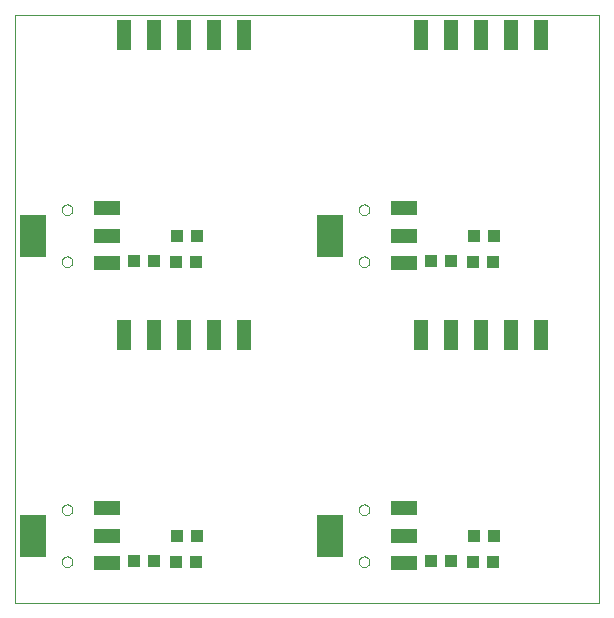
<source format=gbp>
G75*
%MOIN*%
%OFA0B0*%
%FSLAX24Y24*%
%IPPOS*%
%LPD*%
%AMOC8*
5,1,8,0,0,1.08239X$1,22.5*
%
%ADD10C,0.0000*%
%ADD11R,0.0433X0.0394*%
%ADD12R,0.0500X0.1000*%
%ADD13R,0.0880X0.0480*%
%ADD14R,0.0866X0.1417*%
D10*
X000778Y000102D02*
X000778Y019723D01*
X020273Y019723D01*
X020273Y000102D01*
X000778Y000102D01*
X002351Y001485D02*
X002353Y001511D01*
X002359Y001537D01*
X002369Y001562D01*
X002382Y001585D01*
X002398Y001605D01*
X002418Y001623D01*
X002440Y001638D01*
X002463Y001650D01*
X002489Y001658D01*
X002515Y001662D01*
X002541Y001662D01*
X002567Y001658D01*
X002593Y001650D01*
X002617Y001638D01*
X002638Y001623D01*
X002658Y001605D01*
X002674Y001585D01*
X002687Y001562D01*
X002697Y001537D01*
X002703Y001511D01*
X002705Y001485D01*
X002703Y001459D01*
X002697Y001433D01*
X002687Y001408D01*
X002674Y001385D01*
X002658Y001365D01*
X002638Y001347D01*
X002616Y001332D01*
X002593Y001320D01*
X002567Y001312D01*
X002541Y001308D01*
X002515Y001308D01*
X002489Y001312D01*
X002463Y001320D01*
X002439Y001332D01*
X002418Y001347D01*
X002398Y001365D01*
X002382Y001385D01*
X002369Y001408D01*
X002359Y001433D01*
X002353Y001459D01*
X002351Y001485D01*
X002351Y003218D02*
X002353Y003244D01*
X002359Y003270D01*
X002369Y003295D01*
X002382Y003318D01*
X002398Y003338D01*
X002418Y003356D01*
X002440Y003371D01*
X002463Y003383D01*
X002489Y003391D01*
X002515Y003395D01*
X002541Y003395D01*
X002567Y003391D01*
X002593Y003383D01*
X002617Y003371D01*
X002638Y003356D01*
X002658Y003338D01*
X002674Y003318D01*
X002687Y003295D01*
X002697Y003270D01*
X002703Y003244D01*
X002705Y003218D01*
X002703Y003192D01*
X002697Y003166D01*
X002687Y003141D01*
X002674Y003118D01*
X002658Y003098D01*
X002638Y003080D01*
X002616Y003065D01*
X002593Y003053D01*
X002567Y003045D01*
X002541Y003041D01*
X002515Y003041D01*
X002489Y003045D01*
X002463Y003053D01*
X002439Y003065D01*
X002418Y003080D01*
X002398Y003098D01*
X002382Y003118D01*
X002369Y003141D01*
X002359Y003166D01*
X002353Y003192D01*
X002351Y003218D01*
X002351Y011485D02*
X002353Y011511D01*
X002359Y011537D01*
X002369Y011562D01*
X002382Y011585D01*
X002398Y011605D01*
X002418Y011623D01*
X002440Y011638D01*
X002463Y011650D01*
X002489Y011658D01*
X002515Y011662D01*
X002541Y011662D01*
X002567Y011658D01*
X002593Y011650D01*
X002617Y011638D01*
X002638Y011623D01*
X002658Y011605D01*
X002674Y011585D01*
X002687Y011562D01*
X002697Y011537D01*
X002703Y011511D01*
X002705Y011485D01*
X002703Y011459D01*
X002697Y011433D01*
X002687Y011408D01*
X002674Y011385D01*
X002658Y011365D01*
X002638Y011347D01*
X002616Y011332D01*
X002593Y011320D01*
X002567Y011312D01*
X002541Y011308D01*
X002515Y011308D01*
X002489Y011312D01*
X002463Y011320D01*
X002439Y011332D01*
X002418Y011347D01*
X002398Y011365D01*
X002382Y011385D01*
X002369Y011408D01*
X002359Y011433D01*
X002353Y011459D01*
X002351Y011485D01*
X002351Y013218D02*
X002353Y013244D01*
X002359Y013270D01*
X002369Y013295D01*
X002382Y013318D01*
X002398Y013338D01*
X002418Y013356D01*
X002440Y013371D01*
X002463Y013383D01*
X002489Y013391D01*
X002515Y013395D01*
X002541Y013395D01*
X002567Y013391D01*
X002593Y013383D01*
X002617Y013371D01*
X002638Y013356D01*
X002658Y013338D01*
X002674Y013318D01*
X002687Y013295D01*
X002697Y013270D01*
X002703Y013244D01*
X002705Y013218D01*
X002703Y013192D01*
X002697Y013166D01*
X002687Y013141D01*
X002674Y013118D01*
X002658Y013098D01*
X002638Y013080D01*
X002616Y013065D01*
X002593Y013053D01*
X002567Y013045D01*
X002541Y013041D01*
X002515Y013041D01*
X002489Y013045D01*
X002463Y013053D01*
X002439Y013065D01*
X002418Y013080D01*
X002398Y013098D01*
X002382Y013118D01*
X002369Y013141D01*
X002359Y013166D01*
X002353Y013192D01*
X002351Y013218D01*
X012251Y013218D02*
X012253Y013244D01*
X012259Y013270D01*
X012269Y013295D01*
X012282Y013318D01*
X012298Y013338D01*
X012318Y013356D01*
X012340Y013371D01*
X012363Y013383D01*
X012389Y013391D01*
X012415Y013395D01*
X012441Y013395D01*
X012467Y013391D01*
X012493Y013383D01*
X012517Y013371D01*
X012538Y013356D01*
X012558Y013338D01*
X012574Y013318D01*
X012587Y013295D01*
X012597Y013270D01*
X012603Y013244D01*
X012605Y013218D01*
X012603Y013192D01*
X012597Y013166D01*
X012587Y013141D01*
X012574Y013118D01*
X012558Y013098D01*
X012538Y013080D01*
X012516Y013065D01*
X012493Y013053D01*
X012467Y013045D01*
X012441Y013041D01*
X012415Y013041D01*
X012389Y013045D01*
X012363Y013053D01*
X012339Y013065D01*
X012318Y013080D01*
X012298Y013098D01*
X012282Y013118D01*
X012269Y013141D01*
X012259Y013166D01*
X012253Y013192D01*
X012251Y013218D01*
X012251Y011485D02*
X012253Y011511D01*
X012259Y011537D01*
X012269Y011562D01*
X012282Y011585D01*
X012298Y011605D01*
X012318Y011623D01*
X012340Y011638D01*
X012363Y011650D01*
X012389Y011658D01*
X012415Y011662D01*
X012441Y011662D01*
X012467Y011658D01*
X012493Y011650D01*
X012517Y011638D01*
X012538Y011623D01*
X012558Y011605D01*
X012574Y011585D01*
X012587Y011562D01*
X012597Y011537D01*
X012603Y011511D01*
X012605Y011485D01*
X012603Y011459D01*
X012597Y011433D01*
X012587Y011408D01*
X012574Y011385D01*
X012558Y011365D01*
X012538Y011347D01*
X012516Y011332D01*
X012493Y011320D01*
X012467Y011312D01*
X012441Y011308D01*
X012415Y011308D01*
X012389Y011312D01*
X012363Y011320D01*
X012339Y011332D01*
X012318Y011347D01*
X012298Y011365D01*
X012282Y011385D01*
X012269Y011408D01*
X012259Y011433D01*
X012253Y011459D01*
X012251Y011485D01*
X012251Y003218D02*
X012253Y003244D01*
X012259Y003270D01*
X012269Y003295D01*
X012282Y003318D01*
X012298Y003338D01*
X012318Y003356D01*
X012340Y003371D01*
X012363Y003383D01*
X012389Y003391D01*
X012415Y003395D01*
X012441Y003395D01*
X012467Y003391D01*
X012493Y003383D01*
X012517Y003371D01*
X012538Y003356D01*
X012558Y003338D01*
X012574Y003318D01*
X012587Y003295D01*
X012597Y003270D01*
X012603Y003244D01*
X012605Y003218D01*
X012603Y003192D01*
X012597Y003166D01*
X012587Y003141D01*
X012574Y003118D01*
X012558Y003098D01*
X012538Y003080D01*
X012516Y003065D01*
X012493Y003053D01*
X012467Y003045D01*
X012441Y003041D01*
X012415Y003041D01*
X012389Y003045D01*
X012363Y003053D01*
X012339Y003065D01*
X012318Y003080D01*
X012298Y003098D01*
X012282Y003118D01*
X012269Y003141D01*
X012259Y003166D01*
X012253Y003192D01*
X012251Y003218D01*
X012251Y001485D02*
X012253Y001511D01*
X012259Y001537D01*
X012269Y001562D01*
X012282Y001585D01*
X012298Y001605D01*
X012318Y001623D01*
X012340Y001638D01*
X012363Y001650D01*
X012389Y001658D01*
X012415Y001662D01*
X012441Y001662D01*
X012467Y001658D01*
X012493Y001650D01*
X012517Y001638D01*
X012538Y001623D01*
X012558Y001605D01*
X012574Y001585D01*
X012587Y001562D01*
X012597Y001537D01*
X012603Y001511D01*
X012605Y001485D01*
X012603Y001459D01*
X012597Y001433D01*
X012587Y001408D01*
X012574Y001385D01*
X012558Y001365D01*
X012538Y001347D01*
X012516Y001332D01*
X012493Y001320D01*
X012467Y001312D01*
X012441Y001308D01*
X012415Y001308D01*
X012389Y001312D01*
X012363Y001320D01*
X012339Y001332D01*
X012318Y001347D01*
X012298Y001365D01*
X012282Y001385D01*
X012269Y001408D01*
X012259Y001433D01*
X012253Y001459D01*
X012251Y001485D01*
D11*
X014657Y001513D03*
X015326Y001513D03*
X016057Y001494D03*
X016726Y001494D03*
X016762Y002352D03*
X016093Y002352D03*
X016057Y011494D03*
X015326Y011513D03*
X014657Y011513D03*
X016093Y012352D03*
X016762Y012352D03*
X016726Y011494D03*
X006826Y011494D03*
X006157Y011494D03*
X005426Y011513D03*
X004757Y011513D03*
X006193Y012352D03*
X006862Y012352D03*
X006862Y002352D03*
X006193Y002352D03*
X006157Y001494D03*
X006826Y001494D03*
X005426Y001513D03*
X004757Y001513D03*
D12*
X004428Y009052D03*
X005428Y009052D03*
X006428Y009052D03*
X007428Y009052D03*
X008428Y009052D03*
X014328Y009052D03*
X015328Y009052D03*
X016328Y009052D03*
X017328Y009052D03*
X018328Y009052D03*
X018328Y019052D03*
X017328Y019052D03*
X016328Y019052D03*
X015328Y019052D03*
X014328Y019052D03*
X008428Y019052D03*
X007428Y019052D03*
X006428Y019052D03*
X005428Y019052D03*
X004428Y019052D03*
D13*
X003848Y013262D03*
X003848Y012352D03*
X003848Y011442D03*
X003848Y003262D03*
X003848Y002352D03*
X003848Y001442D03*
X013748Y001442D03*
X013748Y002352D03*
X013748Y003262D03*
X013748Y011442D03*
X013748Y012352D03*
X013748Y013262D03*
D14*
X011307Y012352D03*
X011307Y002352D03*
X001407Y002352D03*
X001407Y012352D03*
M02*

</source>
